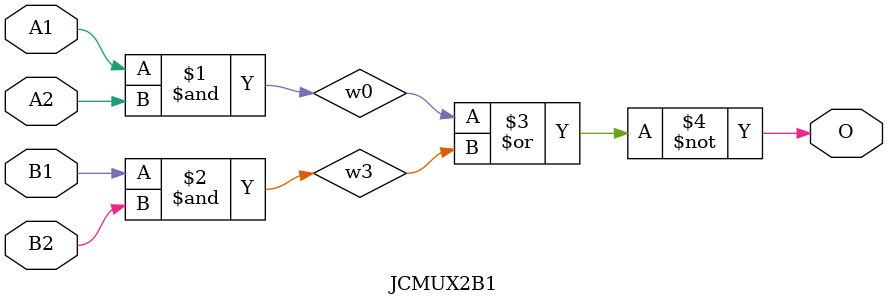
<source format=v>
module JCMUX2B1(A1, A2, B1, B2, O);
input   A1;
input   A2;
input   B1;
input   B2;
output  O;
and g0(w0, A1, A2);
and g1(w3, B1, B2);
nor g2(O, w0, w3);
endmodule
</source>
